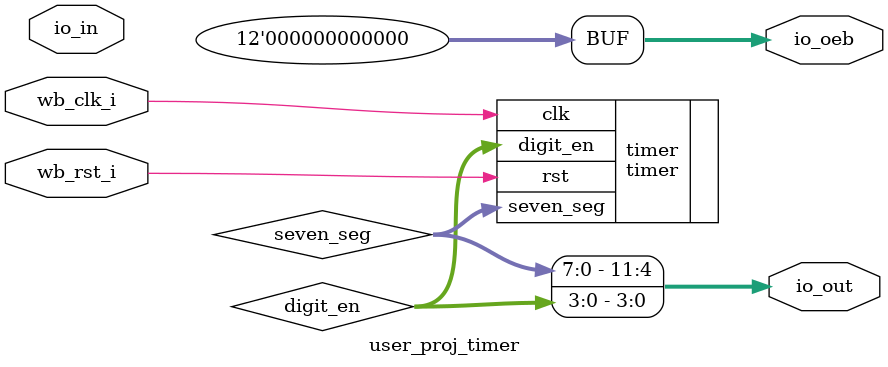
<source format=v>

`default_nettype none
/*
 *-------------------------------------------------------------
 *
 * user_proj_example
 *
 * This is an example of a (trivially simple) user project,
 * showing how the user project can connect to the logic
 * analyzer, the wishbone bus, and the I/O pads.
 *
 * This project generates an integer count, which is output
 * on the user area GPIO pads (digital output only).  The
 * wishbone connection allows the project to be controlled
 * (start and stop) from the management SoC program.
 *
 * See the testbenches in directory "mprj_counter" for the
 * example programs that drive this user project.  The three
 * testbenches are "io_ports", "la_test1", and "la_test2".
 *
 *-------------------------------------------------------------
 */

module user_proj_timer (
`ifdef USE_POWER_PINS
    inout vccd1,	// User area 1 1.8V supply
    inout vssd1,	// User area 1 digital ground
`endif

    // Wishbone Slave ports (WB MI A)
    input wb_clk_i,
    input wb_rst_i,

    // IOs
    input  [11:0] io_in,
    output [11:0] io_out,
    output [11:0] io_oeb
);

    wire [7:0] seven_seg;
    wire [3:0] digit_en;

    timer timer(
        .clk(wb_clk_i),
        .rst(wb_rst_i),
        .seven_seg(seven_seg),
        .digit_en(digit_en)
    );

    assign io_out = {seven_seg, digit_en};
    assign io_oeb = 12'd0;
    
endmodule

`default_nettype wire

</source>
